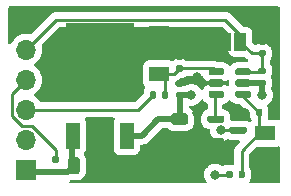
<source format=gtl>
G04 #@! TF.GenerationSoftware,KiCad,Pcbnew,6.0.11+dfsg-1~bpo11+1*
G04 #@! TF.CreationDate,2023-05-06T05:53:47+00:00*
G04 #@! TF.ProjectId,huibike,68756962-696b-4652-9e6b-696361645f70,rev?*
G04 #@! TF.SameCoordinates,Original*
G04 #@! TF.FileFunction,Copper,L1,Top*
G04 #@! TF.FilePolarity,Positive*
%FSLAX46Y46*%
G04 Gerber Fmt 4.6, Leading zero omitted, Abs format (unit mm)*
G04 Created by KiCad (PCBNEW 6.0.11+dfsg-1~bpo11+1) date 2023-05-06 05:53:47*
%MOMM*%
%LPD*%
G01*
G04 APERTURE LIST*
G04 #@! TA.AperFunction,SMDPad,CuDef*
%ADD10R,1.000000X1.500000*%
G04 #@! TD*
G04 #@! TA.AperFunction,ComponentPad*
%ADD11R,1.700000X1.700000*%
G04 #@! TD*
G04 #@! TA.AperFunction,ComponentPad*
%ADD12O,1.700000X1.700000*%
G04 #@! TD*
G04 #@! TA.AperFunction,SMDPad,CuDef*
%ADD13R,1.700000X1.300000*%
G04 #@! TD*
G04 #@! TA.AperFunction,SMDPad,CuDef*
%ADD14R,1.200000X2.200000*%
G04 #@! TD*
G04 #@! TA.AperFunction,SMDPad,CuDef*
%ADD15R,5.800000X6.400000*%
G04 #@! TD*
G04 #@! TA.AperFunction,ViaPad*
%ADD16C,0.800000*%
G04 #@! TD*
G04 #@! TA.AperFunction,Conductor*
%ADD17C,0.500000*%
G04 #@! TD*
G04 #@! TA.AperFunction,Conductor*
%ADD18C,0.250000*%
G04 #@! TD*
G04 APERTURE END LIST*
G04 #@! TA.AperFunction,SMDPad,CuDef*
G36*
G01*
X104170000Y-54760000D02*
X103830000Y-54760000D01*
G75*
G02*
X103690000Y-54620000I0J140000D01*
G01*
X103690000Y-54340000D01*
G75*
G02*
X103830000Y-54200000I140000J0D01*
G01*
X104170000Y-54200000D01*
G75*
G02*
X104310000Y-54340000I0J-140000D01*
G01*
X104310000Y-54620000D01*
G75*
G02*
X104170000Y-54760000I-140000J0D01*
G01*
G37*
G04 #@! TD.AperFunction*
G04 #@! TA.AperFunction,SMDPad,CuDef*
G36*
G01*
X104170000Y-53800000D02*
X103830000Y-53800000D01*
G75*
G02*
X103690000Y-53660000I0J140000D01*
G01*
X103690000Y-53380000D01*
G75*
G02*
X103830000Y-53240000I140000J0D01*
G01*
X104170000Y-53240000D01*
G75*
G02*
X104310000Y-53380000I0J-140000D01*
G01*
X104310000Y-53660000D01*
G75*
G02*
X104170000Y-53800000I-140000J0D01*
G01*
G37*
G04 #@! TD.AperFunction*
G04 #@! TA.AperFunction,SMDPad,CuDef*
G36*
G01*
X99325000Y-60200000D02*
X99325000Y-59900000D01*
G75*
G02*
X99475000Y-59750000I150000J0D01*
G01*
X100650000Y-59750000D01*
G75*
G02*
X100800000Y-59900000I0J-150000D01*
G01*
X100800000Y-60200000D01*
G75*
G02*
X100650000Y-60350000I-150000J0D01*
G01*
X99475000Y-60350000D01*
G75*
G02*
X99325000Y-60200000I0J150000D01*
G01*
G37*
G04 #@! TD.AperFunction*
G04 #@! TA.AperFunction,SMDPad,CuDef*
G36*
G01*
X99325000Y-62100000D02*
X99325000Y-61800000D01*
G75*
G02*
X99475000Y-61650000I150000J0D01*
G01*
X100650000Y-61650000D01*
G75*
G02*
X100800000Y-61800000I0J-150000D01*
G01*
X100800000Y-62100000D01*
G75*
G02*
X100650000Y-62250000I-150000J0D01*
G01*
X99475000Y-62250000D01*
G75*
G02*
X99325000Y-62100000I0J150000D01*
G01*
G37*
G04 #@! TD.AperFunction*
G04 #@! TA.AperFunction,SMDPad,CuDef*
G36*
G01*
X101200000Y-61150000D02*
X101200000Y-60850000D01*
G75*
G02*
X101350000Y-60700000I150000J0D01*
G01*
X102525000Y-60700000D01*
G75*
G02*
X102675000Y-60850000I0J-150000D01*
G01*
X102675000Y-61150000D01*
G75*
G02*
X102525000Y-61300000I-150000J0D01*
G01*
X101350000Y-61300000D01*
G75*
G02*
X101200000Y-61150000I0J150000D01*
G01*
G37*
G04 #@! TD.AperFunction*
D10*
X100850000Y-53500000D03*
X102150000Y-53500000D03*
G04 #@! TA.AperFunction,SMDPad,CuDef*
G36*
G01*
X87550000Y-64475000D02*
X87550000Y-63525000D01*
G75*
G02*
X87800000Y-63275000I250000J0D01*
G01*
X88300000Y-63275000D01*
G75*
G02*
X88550000Y-63525000I0J-250000D01*
G01*
X88550000Y-64475000D01*
G75*
G02*
X88300000Y-64725000I-250000J0D01*
G01*
X87800000Y-64725000D01*
G75*
G02*
X87550000Y-64475000I0J250000D01*
G01*
G37*
G04 #@! TD.AperFunction*
G04 #@! TA.AperFunction,SMDPad,CuDef*
G36*
G01*
X89450000Y-64475000D02*
X89450000Y-63525000D01*
G75*
G02*
X89700000Y-63275000I250000J0D01*
G01*
X90200000Y-63275000D01*
G75*
G02*
X90450000Y-63525000I0J-250000D01*
G01*
X90450000Y-64475000D01*
G75*
G02*
X90200000Y-64725000I-250000J0D01*
G01*
X89700000Y-64725000D01*
G75*
G02*
X89450000Y-64475000I0J250000D01*
G01*
G37*
G04 #@! TD.AperFunction*
G04 #@! TA.AperFunction,SMDPad,CuDef*
G36*
G01*
X94470000Y-58185000D02*
X94470000Y-57815000D01*
G75*
G02*
X94605000Y-57680000I135000J0D01*
G01*
X94875000Y-57680000D01*
G75*
G02*
X95010000Y-57815000I0J-135000D01*
G01*
X95010000Y-58185000D01*
G75*
G02*
X94875000Y-58320000I-135000J0D01*
G01*
X94605000Y-58320000D01*
G75*
G02*
X94470000Y-58185000I0J135000D01*
G01*
G37*
G04 #@! TD.AperFunction*
G04 #@! TA.AperFunction,SMDPad,CuDef*
G36*
G01*
X95490000Y-58185000D02*
X95490000Y-57815000D01*
G75*
G02*
X95625000Y-57680000I135000J0D01*
G01*
X95895000Y-57680000D01*
G75*
G02*
X96030000Y-57815000I0J-135000D01*
G01*
X96030000Y-58185000D01*
G75*
G02*
X95895000Y-58320000I-135000J0D01*
G01*
X95625000Y-58320000D01*
G75*
G02*
X95490000Y-58185000I0J135000D01*
G01*
G37*
G04 #@! TD.AperFunction*
D11*
X84000000Y-64350000D03*
D12*
X84000000Y-61810000D03*
X84000000Y-59270000D03*
X84000000Y-56730000D03*
X84000000Y-54190000D03*
X84000000Y-51650000D03*
G04 #@! TA.AperFunction,SMDPad,CuDef*
G36*
G01*
X104185000Y-57270000D02*
X103815000Y-57270000D01*
G75*
G02*
X103680000Y-57135000I0J135000D01*
G01*
X103680000Y-56865000D01*
G75*
G02*
X103815000Y-56730000I135000J0D01*
G01*
X104185000Y-56730000D01*
G75*
G02*
X104320000Y-56865000I0J-135000D01*
G01*
X104320000Y-57135000D01*
G75*
G02*
X104185000Y-57270000I-135000J0D01*
G01*
G37*
G04 #@! TD.AperFunction*
G04 #@! TA.AperFunction,SMDPad,CuDef*
G36*
G01*
X104185000Y-56250000D02*
X103815000Y-56250000D01*
G75*
G02*
X103680000Y-56115000I0J135000D01*
G01*
X103680000Y-55845000D01*
G75*
G02*
X103815000Y-55710000I135000J0D01*
G01*
X104185000Y-55710000D01*
G75*
G02*
X104320000Y-55845000I0J-135000D01*
G01*
X104320000Y-56115000D01*
G75*
G02*
X104185000Y-56250000I-135000J0D01*
G01*
G37*
G04 #@! TD.AperFunction*
G04 #@! TA.AperFunction,SMDPad,CuDef*
G36*
G01*
X103470000Y-59685000D02*
X103470000Y-59315000D01*
G75*
G02*
X103605000Y-59180000I135000J0D01*
G01*
X103875000Y-59180000D01*
G75*
G02*
X104010000Y-59315000I0J-135000D01*
G01*
X104010000Y-59685000D01*
G75*
G02*
X103875000Y-59820000I-135000J0D01*
G01*
X103605000Y-59820000D01*
G75*
G02*
X103470000Y-59685000I0J135000D01*
G01*
G37*
G04 #@! TD.AperFunction*
G04 #@! TA.AperFunction,SMDPad,CuDef*
G36*
G01*
X104490000Y-59685000D02*
X104490000Y-59315000D01*
G75*
G02*
X104625000Y-59180000I135000J0D01*
G01*
X104895000Y-59180000D01*
G75*
G02*
X105030000Y-59315000I0J-135000D01*
G01*
X105030000Y-59685000D01*
G75*
G02*
X104895000Y-59820000I-135000J0D01*
G01*
X104625000Y-59820000D01*
G75*
G02*
X104490000Y-59685000I0J135000D01*
G01*
G37*
G04 #@! TD.AperFunction*
D13*
X104250000Y-61250000D03*
X104250000Y-64750000D03*
X95250000Y-56250000D03*
X95250000Y-52750000D03*
G04 #@! TA.AperFunction,SMDPad,CuDef*
G36*
G01*
X97170000Y-58280000D02*
X96830000Y-58280000D01*
G75*
G02*
X96690000Y-58140000I0J140000D01*
G01*
X96690000Y-57860000D01*
G75*
G02*
X96830000Y-57720000I140000J0D01*
G01*
X97170000Y-57720000D01*
G75*
G02*
X97310000Y-57860000I0J-140000D01*
G01*
X97310000Y-58140000D01*
G75*
G02*
X97170000Y-58280000I-140000J0D01*
G01*
G37*
G04 #@! TD.AperFunction*
G04 #@! TA.AperFunction,SMDPad,CuDef*
G36*
G01*
X97170000Y-57320000D02*
X96830000Y-57320000D01*
G75*
G02*
X96690000Y-57180000I0J140000D01*
G01*
X96690000Y-56900000D01*
G75*
G02*
X96830000Y-56760000I140000J0D01*
G01*
X97170000Y-56760000D01*
G75*
G02*
X97310000Y-56900000I0J-140000D01*
G01*
X97310000Y-57180000D01*
G75*
G02*
X97170000Y-57320000I-140000J0D01*
G01*
G37*
G04 #@! TD.AperFunction*
G04 #@! TA.AperFunction,SMDPad,CuDef*
G36*
G01*
X97185000Y-56030000D02*
X96815000Y-56030000D01*
G75*
G02*
X96680000Y-55895000I0J135000D01*
G01*
X96680000Y-55625000D01*
G75*
G02*
X96815000Y-55490000I135000J0D01*
G01*
X97185000Y-55490000D01*
G75*
G02*
X97320000Y-55625000I0J-135000D01*
G01*
X97320000Y-55895000D01*
G75*
G02*
X97185000Y-56030000I-135000J0D01*
G01*
G37*
G04 #@! TD.AperFunction*
G04 #@! TA.AperFunction,SMDPad,CuDef*
G36*
G01*
X97185000Y-55010000D02*
X96815000Y-55010000D01*
G75*
G02*
X96680000Y-54875000I0J135000D01*
G01*
X96680000Y-54605000D01*
G75*
G02*
X96815000Y-54470000I135000J0D01*
G01*
X97185000Y-54470000D01*
G75*
G02*
X97320000Y-54605000I0J-135000D01*
G01*
X97320000Y-54875000D01*
G75*
G02*
X97185000Y-55010000I-135000J0D01*
G01*
G37*
G04 #@! TD.AperFunction*
D14*
X87970000Y-61450000D03*
D15*
X90250000Y-55150000D03*
D14*
X92530000Y-61450000D03*
G04 #@! TA.AperFunction,SMDPad,CuDef*
G36*
G01*
X86685000Y-64780000D02*
X86315000Y-64780000D01*
G75*
G02*
X86180000Y-64645000I0J135000D01*
G01*
X86180000Y-64375000D01*
G75*
G02*
X86315000Y-64240000I135000J0D01*
G01*
X86685000Y-64240000D01*
G75*
G02*
X86820000Y-64375000I0J-135000D01*
G01*
X86820000Y-64645000D01*
G75*
G02*
X86685000Y-64780000I-135000J0D01*
G01*
G37*
G04 #@! TD.AperFunction*
G04 #@! TA.AperFunction,SMDPad,CuDef*
G36*
G01*
X86685000Y-63760000D02*
X86315000Y-63760000D01*
G75*
G02*
X86180000Y-63625000I0J135000D01*
G01*
X86180000Y-63355000D01*
G75*
G02*
X86315000Y-63220000I135000J0D01*
G01*
X86685000Y-63220000D01*
G75*
G02*
X86820000Y-63355000I0J-135000D01*
G01*
X86820000Y-63625000D01*
G75*
G02*
X86685000Y-63760000I-135000J0D01*
G01*
G37*
G04 #@! TD.AperFunction*
G04 #@! TA.AperFunction,SMDPad,CuDef*
G36*
G01*
X99450000Y-56200000D02*
X99450000Y-55900000D01*
G75*
G02*
X99600000Y-55750000I150000J0D01*
G01*
X100625000Y-55750000D01*
G75*
G02*
X100775000Y-55900000I0J-150000D01*
G01*
X100775000Y-56200000D01*
G75*
G02*
X100625000Y-56350000I-150000J0D01*
G01*
X99600000Y-56350000D01*
G75*
G02*
X99450000Y-56200000I0J150000D01*
G01*
G37*
G04 #@! TD.AperFunction*
G04 #@! TA.AperFunction,SMDPad,CuDef*
G36*
G01*
X99450000Y-57150000D02*
X99450000Y-56850000D01*
G75*
G02*
X99600000Y-56700000I150000J0D01*
G01*
X100625000Y-56700000D01*
G75*
G02*
X100775000Y-56850000I0J-150000D01*
G01*
X100775000Y-57150000D01*
G75*
G02*
X100625000Y-57300000I-150000J0D01*
G01*
X99600000Y-57300000D01*
G75*
G02*
X99450000Y-57150000I0J150000D01*
G01*
G37*
G04 #@! TD.AperFunction*
G04 #@! TA.AperFunction,SMDPad,CuDef*
G36*
G01*
X99450000Y-58100000D02*
X99450000Y-57800000D01*
G75*
G02*
X99600000Y-57650000I150000J0D01*
G01*
X100625000Y-57650000D01*
G75*
G02*
X100775000Y-57800000I0J-150000D01*
G01*
X100775000Y-58100000D01*
G75*
G02*
X100625000Y-58250000I-150000J0D01*
G01*
X99600000Y-58250000D01*
G75*
G02*
X99450000Y-58100000I0J150000D01*
G01*
G37*
G04 #@! TD.AperFunction*
G04 #@! TA.AperFunction,SMDPad,CuDef*
G36*
G01*
X101725000Y-58100000D02*
X101725000Y-57800000D01*
G75*
G02*
X101875000Y-57650000I150000J0D01*
G01*
X102900000Y-57650000D01*
G75*
G02*
X103050000Y-57800000I0J-150000D01*
G01*
X103050000Y-58100000D01*
G75*
G02*
X102900000Y-58250000I-150000J0D01*
G01*
X101875000Y-58250000D01*
G75*
G02*
X101725000Y-58100000I0J150000D01*
G01*
G37*
G04 #@! TD.AperFunction*
G04 #@! TA.AperFunction,SMDPad,CuDef*
G36*
G01*
X101725000Y-57150000D02*
X101725000Y-56850000D01*
G75*
G02*
X101875000Y-56700000I150000J0D01*
G01*
X102900000Y-56700000D01*
G75*
G02*
X103050000Y-56850000I0J-150000D01*
G01*
X103050000Y-57150000D01*
G75*
G02*
X102900000Y-57300000I-150000J0D01*
G01*
X101875000Y-57300000D01*
G75*
G02*
X101725000Y-57150000I0J150000D01*
G01*
G37*
G04 #@! TD.AperFunction*
G04 #@! TA.AperFunction,SMDPad,CuDef*
G36*
G01*
X101725000Y-56200000D02*
X101725000Y-55900000D01*
G75*
G02*
X101875000Y-55750000I150000J0D01*
G01*
X102900000Y-55750000D01*
G75*
G02*
X103050000Y-55900000I0J-150000D01*
G01*
X103050000Y-56200000D01*
G75*
G02*
X102900000Y-56350000I-150000J0D01*
G01*
X101875000Y-56350000D01*
G75*
G02*
X101725000Y-56200000I0J150000D01*
G01*
G37*
G04 #@! TD.AperFunction*
G04 #@! TA.AperFunction,SMDPad,CuDef*
G36*
G01*
X100970000Y-64935000D02*
X100970000Y-64565000D01*
G75*
G02*
X101105000Y-64430000I135000J0D01*
G01*
X101375000Y-64430000D01*
G75*
G02*
X101510000Y-64565000I0J-135000D01*
G01*
X101510000Y-64935000D01*
G75*
G02*
X101375000Y-65070000I-135000J0D01*
G01*
X101105000Y-65070000D01*
G75*
G02*
X100970000Y-64935000I0J135000D01*
G01*
G37*
G04 #@! TD.AperFunction*
G04 #@! TA.AperFunction,SMDPad,CuDef*
G36*
G01*
X101990000Y-64935000D02*
X101990000Y-64565000D01*
G75*
G02*
X102125000Y-64430000I135000J0D01*
G01*
X102395000Y-64430000D01*
G75*
G02*
X102530000Y-64565000I0J-135000D01*
G01*
X102530000Y-64935000D01*
G75*
G02*
X102395000Y-65070000I-135000J0D01*
G01*
X102125000Y-65070000D01*
G75*
G02*
X101990000Y-64935000I0J135000D01*
G01*
G37*
G04 #@! TD.AperFunction*
G04 #@! TA.AperFunction,SMDPad,CuDef*
G36*
G01*
X96525000Y-59550000D02*
X97475000Y-59550000D01*
G75*
G02*
X97725000Y-59800000I0J-250000D01*
G01*
X97725000Y-60300000D01*
G75*
G02*
X97475000Y-60550000I-250000J0D01*
G01*
X96525000Y-60550000D01*
G75*
G02*
X96275000Y-60300000I0J250000D01*
G01*
X96275000Y-59800000D01*
G75*
G02*
X96525000Y-59550000I250000J0D01*
G01*
G37*
G04 #@! TD.AperFunction*
G04 #@! TA.AperFunction,SMDPad,CuDef*
G36*
G01*
X96525000Y-61450000D02*
X97475000Y-61450000D01*
G75*
G02*
X97725000Y-61700000I0J-250000D01*
G01*
X97725000Y-62200000D01*
G75*
G02*
X97475000Y-62450000I-250000J0D01*
G01*
X96525000Y-62450000D01*
G75*
G02*
X96275000Y-62200000I0J250000D01*
G01*
X96275000Y-61700000D01*
G75*
G02*
X96525000Y-61450000I250000J0D01*
G01*
G37*
G04 #@! TD.AperFunction*
D16*
X97250000Y-53000000D03*
X98500000Y-59500000D03*
X98000000Y-64000000D03*
X102500000Y-59500000D03*
X104750000Y-63500000D03*
X98500000Y-56500000D03*
X98000000Y-58000000D03*
X104000000Y-58000000D03*
X100000000Y-64750000D03*
X100500000Y-61000000D03*
D17*
X86500000Y-64510000D02*
X84160000Y-64510000D01*
X87850000Y-61300000D02*
X87850000Y-63800000D01*
X86500000Y-64510000D02*
X87540000Y-64510000D01*
X87540000Y-64510000D02*
X88050000Y-64000000D01*
X87850000Y-63800000D02*
X88050000Y-64000000D01*
X84160000Y-64510000D02*
X84000000Y-64350000D01*
X97000000Y-60050000D02*
X97000000Y-58000000D01*
X97000000Y-60050000D02*
X95200000Y-60050000D01*
X92530000Y-61450000D02*
X93800000Y-61450000D01*
X93800000Y-61450000D02*
X95200000Y-60050000D01*
X97000000Y-58000000D02*
X98000000Y-58000000D01*
X104000000Y-58000000D02*
X104000000Y-57000000D01*
X104000000Y-57000000D02*
X102275000Y-57000000D01*
D18*
X104000000Y-54480000D02*
X104000000Y-55980000D01*
X104000000Y-54480000D02*
X103130000Y-54480000D01*
X86565000Y-51625000D02*
X100875000Y-51625000D01*
X84000000Y-54190000D02*
X86565000Y-51625000D01*
X102150000Y-52900000D02*
X102150000Y-53500000D01*
X103930000Y-56050000D02*
X104000000Y-55980000D01*
X100875000Y-51625000D02*
X102150000Y-52900000D01*
X103130000Y-54480000D02*
X102150000Y-53500000D01*
X102275000Y-56050000D02*
X103930000Y-56050000D01*
X95760000Y-58000000D02*
X95760000Y-56760000D01*
X99822500Y-55760000D02*
X100112500Y-56050000D01*
X96510000Y-56250000D02*
X97000000Y-55760000D01*
X97000000Y-55760000D02*
X99822500Y-55760000D01*
X95250000Y-56250000D02*
X96510000Y-56250000D01*
X95760000Y-56760000D02*
X95250000Y-56250000D01*
X100000000Y-64750000D02*
X101240000Y-64750000D01*
X100000000Y-59987500D02*
X100062500Y-60050000D01*
X100000000Y-57950000D02*
X100000000Y-59987500D01*
X103750000Y-61250000D02*
X104250000Y-61250000D01*
X102275000Y-58035000D02*
X103740000Y-59500000D01*
X103740000Y-60740000D02*
X104250000Y-61250000D01*
X102250000Y-64740000D02*
X102250000Y-62750000D01*
X102250000Y-62750000D02*
X103750000Y-61250000D01*
X103740000Y-59500000D02*
X103740000Y-60740000D01*
X102260000Y-64750000D02*
X102250000Y-64740000D01*
X93470000Y-59270000D02*
X94740000Y-58000000D01*
X84000000Y-59270000D02*
X93470000Y-59270000D01*
X86500000Y-62648299D02*
X86500000Y-63490000D01*
X82825000Y-57905000D02*
X82825000Y-59825000D01*
X83635000Y-60635000D02*
X84486701Y-60635000D01*
X100500000Y-61000000D02*
X101937500Y-61000000D01*
X82825000Y-59825000D02*
X83635000Y-60635000D01*
X84486701Y-60635000D02*
X86500000Y-62648299D01*
X84000000Y-56730000D02*
X82825000Y-57905000D01*
G04 #@! TA.AperFunction,Conductor*
G36*
X105454446Y-62388888D02*
G01*
X105488576Y-62451143D01*
X105491500Y-62478132D01*
X105491500Y-65365500D01*
X105471498Y-65433621D01*
X105417842Y-65480114D01*
X105365500Y-65491500D01*
X103034400Y-65491500D01*
X102966279Y-65471498D01*
X102919786Y-65417842D01*
X102909682Y-65347568D01*
X102925946Y-65301361D01*
X102986234Y-65199419D01*
X102986234Y-65199418D01*
X102990269Y-65192596D01*
X102998957Y-65162694D01*
X103024876Y-65073478D01*
X103035629Y-65036466D01*
X103038500Y-64999989D01*
X103038499Y-64500012D01*
X103035629Y-64463534D01*
X102990269Y-64307404D01*
X102934472Y-64213056D01*
X102911541Y-64174281D01*
X102911539Y-64174278D01*
X102907506Y-64167459D01*
X102907965Y-64167187D01*
X102883994Y-64106134D01*
X102883500Y-64094992D01*
X102883500Y-63064594D01*
X102903502Y-62996473D01*
X102920405Y-62975499D01*
X103450499Y-62445405D01*
X103512811Y-62411379D01*
X103539594Y-62408500D01*
X105148134Y-62408500D01*
X105210316Y-62401745D01*
X105321271Y-62360150D01*
X105392077Y-62354967D01*
X105454446Y-62388888D01*
G37*
G04 #@! TD.AperFunction*
G04 #@! TA.AperFunction,Conductor*
G36*
X98993271Y-58384465D02*
G01*
X99023835Y-58419367D01*
X99075547Y-58506807D01*
X99193193Y-58624453D01*
X99200017Y-58628489D01*
X99200020Y-58628491D01*
X99304639Y-58690362D01*
X99353092Y-58742254D01*
X99366500Y-58798815D01*
X99366500Y-59151190D01*
X99346498Y-59219311D01*
X99292842Y-59265804D01*
X99275654Y-59272187D01*
X99247354Y-59280409D01*
X99211399Y-59290855D01*
X99194008Y-59301140D01*
X99075020Y-59371509D01*
X99075017Y-59371511D01*
X99068193Y-59375547D01*
X98950547Y-59493193D01*
X98946511Y-59500017D01*
X98946509Y-59500020D01*
X98898912Y-59580502D01*
X98865855Y-59636399D01*
X98863644Y-59644010D01*
X98863643Y-59644012D01*
X98856210Y-59669597D01*
X98819438Y-59796169D01*
X98818934Y-59802574D01*
X98818933Y-59802579D01*
X98816693Y-59831042D01*
X98816500Y-59833498D01*
X98816500Y-60266502D01*
X98819438Y-60303831D01*
X98865855Y-60463601D01*
X98869892Y-60470427D01*
X98946509Y-60599980D01*
X98946511Y-60599983D01*
X98950547Y-60606807D01*
X99068193Y-60724453D01*
X99075017Y-60728489D01*
X99075020Y-60728491D01*
X99182589Y-60792107D01*
X99211399Y-60809145D01*
X99219010Y-60811356D01*
X99219012Y-60811357D01*
X99271231Y-60826528D01*
X99371169Y-60855562D01*
X99377574Y-60856066D01*
X99377579Y-60856067D01*
X99406042Y-60858307D01*
X99406050Y-60858307D01*
X99408498Y-60858500D01*
X99461431Y-60858500D01*
X99529552Y-60878502D01*
X99576045Y-60932158D01*
X99584970Y-60986830D01*
X99587186Y-60986830D01*
X99587186Y-60993435D01*
X99586496Y-61000000D01*
X99587186Y-61006565D01*
X99592645Y-61058500D01*
X99606458Y-61189928D01*
X99665473Y-61371556D01*
X99760960Y-61536944D01*
X99765378Y-61541851D01*
X99765379Y-61541852D01*
X99884325Y-61673955D01*
X99888747Y-61678866D01*
X99960811Y-61731224D01*
X100023397Y-61776695D01*
X100043248Y-61791118D01*
X100049276Y-61793802D01*
X100049278Y-61793803D01*
X100084995Y-61809705D01*
X100217712Y-61868794D01*
X100311112Y-61888647D01*
X100398056Y-61907128D01*
X100398061Y-61907128D01*
X100404513Y-61908500D01*
X100595487Y-61908500D01*
X100601939Y-61907128D01*
X100601944Y-61907128D01*
X100688888Y-61888647D01*
X100782288Y-61868794D01*
X100915005Y-61809705D01*
X100950724Y-61793802D01*
X100950725Y-61793801D01*
X100956752Y-61791118D01*
X100962094Y-61787237D01*
X100962096Y-61787236D01*
X100975517Y-61777485D01*
X101042384Y-61753626D01*
X101085764Y-61761331D01*
X101086399Y-61759145D01*
X101246169Y-61805562D01*
X101252574Y-61806066D01*
X101252579Y-61806067D01*
X101281042Y-61808307D01*
X101281050Y-61808307D01*
X101283498Y-61808500D01*
X101991405Y-61808500D01*
X102059526Y-61828502D01*
X102106019Y-61882158D01*
X102116123Y-61952432D01*
X102086629Y-62017012D01*
X102080500Y-62023595D01*
X101857747Y-62246348D01*
X101849461Y-62253888D01*
X101842982Y-62258000D01*
X101837557Y-62263777D01*
X101796357Y-62307651D01*
X101793602Y-62310493D01*
X101773865Y-62330230D01*
X101771385Y-62333427D01*
X101763682Y-62342447D01*
X101733414Y-62374679D01*
X101729595Y-62381625D01*
X101729593Y-62381628D01*
X101723652Y-62392434D01*
X101712801Y-62408953D01*
X101700386Y-62424959D01*
X101697241Y-62432228D01*
X101697238Y-62432232D01*
X101682826Y-62465537D01*
X101677609Y-62476187D01*
X101656305Y-62514940D01*
X101654334Y-62522615D01*
X101654334Y-62522616D01*
X101651267Y-62534562D01*
X101644863Y-62553266D01*
X101636819Y-62571855D01*
X101635580Y-62579678D01*
X101635577Y-62579688D01*
X101629901Y-62615524D01*
X101627495Y-62627144D01*
X101618979Y-62660316D01*
X101616500Y-62669970D01*
X101616500Y-62690224D01*
X101614949Y-62709934D01*
X101611780Y-62729943D01*
X101612526Y-62737835D01*
X101615941Y-62773961D01*
X101616500Y-62785819D01*
X101616500Y-63799516D01*
X101596498Y-63867637D01*
X101542842Y-63914130D01*
X101476623Y-63922378D01*
X101476466Y-63924371D01*
X101442444Y-63921693D01*
X101442438Y-63921693D01*
X101439989Y-63921500D01*
X101240122Y-63921500D01*
X101040012Y-63921501D01*
X101003534Y-63924371D01*
X100906730Y-63952495D01*
X100855017Y-63967519D01*
X100855015Y-63967520D01*
X100847404Y-63969731D01*
X100840582Y-63973766D01*
X100840581Y-63973766D01*
X100711520Y-64050092D01*
X100642704Y-64067551D01*
X100573320Y-64043574D01*
X100462094Y-63962763D01*
X100462093Y-63962762D01*
X100456752Y-63958882D01*
X100450724Y-63956198D01*
X100450722Y-63956197D01*
X100288319Y-63883891D01*
X100288318Y-63883891D01*
X100282288Y-63881206D01*
X100188887Y-63861353D01*
X100101944Y-63842872D01*
X100101939Y-63842872D01*
X100095487Y-63841500D01*
X99904513Y-63841500D01*
X99898061Y-63842872D01*
X99898056Y-63842872D01*
X99811113Y-63861353D01*
X99717712Y-63881206D01*
X99711682Y-63883891D01*
X99711681Y-63883891D01*
X99549278Y-63956197D01*
X99549276Y-63956198D01*
X99543248Y-63958882D01*
X99537907Y-63962762D01*
X99537906Y-63962763D01*
X99522762Y-63973766D01*
X99388747Y-64071134D01*
X99384326Y-64076044D01*
X99384325Y-64076045D01*
X99302261Y-64167187D01*
X99260960Y-64213056D01*
X99165473Y-64378444D01*
X99106458Y-64560072D01*
X99086496Y-64750000D01*
X99106458Y-64939928D01*
X99165473Y-65121556D01*
X99168776Y-65127278D01*
X99168777Y-65127279D01*
X99202093Y-65184983D01*
X99260960Y-65286944D01*
X99265126Y-65291571D01*
X99288938Y-65358307D01*
X99272857Y-65427459D01*
X99221943Y-65476939D01*
X99163143Y-65491500D01*
X87775536Y-65491500D01*
X87707415Y-65471498D01*
X87660922Y-65417842D01*
X87650818Y-65347568D01*
X87680312Y-65282988D01*
X87732543Y-65247062D01*
X87749072Y-65241062D01*
X87792065Y-65233500D01*
X88350400Y-65233500D01*
X88353646Y-65233163D01*
X88353650Y-65233163D01*
X88449308Y-65223238D01*
X88449312Y-65223237D01*
X88456166Y-65222526D01*
X88462702Y-65220345D01*
X88462704Y-65220345D01*
X88616998Y-65168868D01*
X88623946Y-65166550D01*
X88774348Y-65073478D01*
X88899305Y-64948303D01*
X88903146Y-64942072D01*
X88988275Y-64803968D01*
X88988276Y-64803966D01*
X88992115Y-64797738D01*
X89047797Y-64629861D01*
X89058500Y-64525400D01*
X89058500Y-63474600D01*
X89055789Y-63448469D01*
X89048238Y-63375692D01*
X89048237Y-63375688D01*
X89047526Y-63368834D01*
X89021229Y-63290011D01*
X88993868Y-63208002D01*
X88991550Y-63201054D01*
X88956194Y-63143919D01*
X88911071Y-63071001D01*
X88892233Y-63002549D01*
X88913394Y-62934779D01*
X88927499Y-62917579D01*
X88933261Y-62913261D01*
X89020615Y-62796705D01*
X89071745Y-62660316D01*
X89078500Y-62598134D01*
X89078500Y-60301866D01*
X89071745Y-60239684D01*
X89031384Y-60132022D01*
X89023765Y-60111697D01*
X89023764Y-60111696D01*
X89020615Y-60103295D01*
X89015233Y-60096114D01*
X89011891Y-60090010D01*
X88996721Y-60020653D01*
X89021457Y-59954105D01*
X89078244Y-59911494D01*
X89122410Y-59903500D01*
X91377590Y-59903500D01*
X91445711Y-59923502D01*
X91492204Y-59977158D01*
X91502308Y-60047432D01*
X91488109Y-60090010D01*
X91484767Y-60096114D01*
X91479385Y-60103295D01*
X91476236Y-60111696D01*
X91476235Y-60111697D01*
X91468616Y-60132022D01*
X91428255Y-60239684D01*
X91421500Y-60301866D01*
X91421500Y-62598134D01*
X91428255Y-62660316D01*
X91479385Y-62796705D01*
X91566739Y-62913261D01*
X91683295Y-63000615D01*
X91819684Y-63051745D01*
X91881866Y-63058500D01*
X93178134Y-63058500D01*
X93240316Y-63051745D01*
X93376705Y-63000615D01*
X93493261Y-62913261D01*
X93580615Y-62796705D01*
X93631745Y-62660316D01*
X93638500Y-62598134D01*
X93638500Y-62338119D01*
X93658502Y-62269998D01*
X93712158Y-62223505D01*
X93767968Y-62212380D01*
X93773349Y-62213199D01*
X93780640Y-62212606D01*
X93780642Y-62212606D01*
X93826018Y-62208915D01*
X93836233Y-62208500D01*
X93844293Y-62208500D01*
X93857583Y-62206951D01*
X93872507Y-62205211D01*
X93876882Y-62204778D01*
X93942339Y-62199454D01*
X93942342Y-62199453D01*
X93949637Y-62198860D01*
X93956601Y-62196604D01*
X93962560Y-62195413D01*
X93968415Y-62194029D01*
X93975681Y-62193182D01*
X94044327Y-62168265D01*
X94048455Y-62166848D01*
X94110936Y-62146607D01*
X94110938Y-62146606D01*
X94117899Y-62144351D01*
X94124154Y-62140555D01*
X94129628Y-62138049D01*
X94135058Y-62135330D01*
X94141937Y-62132833D01*
X94202976Y-62092814D01*
X94206680Y-62090477D01*
X94269107Y-62052595D01*
X94277484Y-62045197D01*
X94277508Y-62045224D01*
X94280500Y-62042571D01*
X94283733Y-62039868D01*
X94289852Y-62035856D01*
X94343128Y-61979617D01*
X94345506Y-61977175D01*
X95477276Y-60845405D01*
X95539588Y-60811379D01*
X95566371Y-60808500D01*
X95908607Y-60808500D01*
X95976728Y-60828502D01*
X95997625Y-60845327D01*
X96051697Y-60899305D01*
X96057927Y-60903145D01*
X96057928Y-60903146D01*
X96195090Y-60987694D01*
X96202262Y-60992115D01*
X96226035Y-61000000D01*
X96363611Y-61045632D01*
X96363613Y-61045632D01*
X96370139Y-61047797D01*
X96376975Y-61048497D01*
X96376978Y-61048498D01*
X96420031Y-61052909D01*
X96474600Y-61058500D01*
X97525400Y-61058500D01*
X97528646Y-61058163D01*
X97528650Y-61058163D01*
X97624308Y-61048238D01*
X97624312Y-61048237D01*
X97631166Y-61047526D01*
X97637702Y-61045345D01*
X97637704Y-61045345D01*
X97773618Y-61000000D01*
X97798946Y-60991550D01*
X97949348Y-60898478D01*
X98074305Y-60773303D01*
X98114192Y-60708595D01*
X98163275Y-60628968D01*
X98163276Y-60628966D01*
X98167115Y-60622738D01*
X98222797Y-60454861D01*
X98233500Y-60350400D01*
X98233500Y-59749600D01*
X98231401Y-59729366D01*
X98223238Y-59650692D01*
X98223237Y-59650688D01*
X98222526Y-59643834D01*
X98220046Y-59636399D01*
X98168868Y-59483002D01*
X98166550Y-59476054D01*
X98073478Y-59325652D01*
X98057111Y-59309313D01*
X97953483Y-59205866D01*
X97948303Y-59200695D01*
X97852693Y-59141760D01*
X97805200Y-59088988D01*
X97793776Y-59018916D01*
X97822050Y-58953792D01*
X97881044Y-58914293D01*
X97918809Y-58908500D01*
X98095487Y-58908500D01*
X98101939Y-58907128D01*
X98101944Y-58907128D01*
X98188887Y-58888647D01*
X98282288Y-58868794D01*
X98346925Y-58840016D01*
X98450722Y-58793803D01*
X98450724Y-58793802D01*
X98456752Y-58791118D01*
X98471685Y-58780269D01*
X98567249Y-58710837D01*
X98611253Y-58678866D01*
X98615675Y-58673955D01*
X98734621Y-58541852D01*
X98734622Y-58541851D01*
X98739040Y-58536944D01*
X98806265Y-58420507D01*
X98857646Y-58371515D01*
X98927360Y-58358079D01*
X98993271Y-58384465D01*
G37*
G04 #@! TD.AperFunction*
G04 #@! TA.AperFunction,Conductor*
G36*
X101340609Y-58493582D02*
G01*
X101347276Y-58501276D01*
X101350547Y-58506807D01*
X101468193Y-58624453D01*
X101475017Y-58628489D01*
X101475020Y-58628491D01*
X101488563Y-58636500D01*
X101611399Y-58709145D01*
X101619010Y-58711356D01*
X101619012Y-58711357D01*
X101671231Y-58726528D01*
X101771169Y-58755562D01*
X101777574Y-58756066D01*
X101777579Y-58756067D01*
X101806042Y-58758307D01*
X101806050Y-58758307D01*
X101808498Y-58758500D01*
X102050405Y-58758500D01*
X102118526Y-58778502D01*
X102139501Y-58795405D01*
X102924597Y-59580502D01*
X102958622Y-59642814D01*
X102961501Y-59669597D01*
X102961501Y-59749988D01*
X102964371Y-59786466D01*
X102984578Y-59856018D01*
X103002155Y-59916518D01*
X103009731Y-59942596D01*
X103013766Y-59949419D01*
X103013767Y-59949421D01*
X103081059Y-60063205D01*
X103098519Y-60132022D01*
X103076002Y-60199353D01*
X103048172Y-60228170D01*
X103043921Y-60231356D01*
X103043919Y-60231358D01*
X103036739Y-60236739D01*
X103026136Y-60250887D01*
X102969277Y-60293400D01*
X102898458Y-60298425D01*
X102861175Y-60283775D01*
X102788601Y-60240855D01*
X102780990Y-60238644D01*
X102780988Y-60238643D01*
X102718734Y-60220557D01*
X102628831Y-60194438D01*
X102622426Y-60193934D01*
X102622421Y-60193933D01*
X102593958Y-60191693D01*
X102593950Y-60191693D01*
X102591502Y-60191500D01*
X101434500Y-60191500D01*
X101366379Y-60171498D01*
X101319886Y-60117842D01*
X101308500Y-60065500D01*
X101308500Y-59833498D01*
X101308307Y-59831042D01*
X101306067Y-59802579D01*
X101306066Y-59802574D01*
X101305562Y-59796169D01*
X101268790Y-59669597D01*
X101261357Y-59644012D01*
X101261356Y-59644010D01*
X101259145Y-59636399D01*
X101226088Y-59580502D01*
X101178491Y-59500020D01*
X101178489Y-59500017D01*
X101174453Y-59493193D01*
X101056807Y-59375547D01*
X101049983Y-59371511D01*
X101049980Y-59371509D01*
X100930992Y-59301140D01*
X100913601Y-59290855D01*
X100905990Y-59288644D01*
X100905988Y-59288643D01*
X100827374Y-59265804D01*
X100753831Y-59244438D01*
X100747419Y-59243933D01*
X100741078Y-59242775D01*
X100741406Y-59240978D01*
X100683270Y-59218818D01*
X100641132Y-59161679D01*
X100633500Y-59118494D01*
X100633500Y-58877378D01*
X100653502Y-58809257D01*
X100707158Y-58762764D01*
X100728935Y-58755920D01*
X100728831Y-58755562D01*
X100880988Y-58711357D01*
X100880990Y-58711356D01*
X100888601Y-58709145D01*
X101011437Y-58636500D01*
X101024980Y-58628491D01*
X101024983Y-58628489D01*
X101031807Y-58624453D01*
X101149453Y-58506807D01*
X101151706Y-58502998D01*
X101207996Y-58462345D01*
X101278888Y-58458494D01*
X101340609Y-58493582D01*
G37*
G04 #@! TD.AperFunction*
G04 #@! TA.AperFunction,Conductor*
G36*
X105433621Y-50528502D02*
G01*
X105480114Y-50582158D01*
X105491500Y-50634500D01*
X105491500Y-60021868D01*
X105471498Y-60089989D01*
X105417842Y-60136482D01*
X105347568Y-60146586D01*
X105321270Y-60139850D01*
X105223760Y-60103295D01*
X105210316Y-60098255D01*
X105148134Y-60091500D01*
X104594825Y-60091500D01*
X104526704Y-60071498D01*
X104480211Y-60017842D01*
X104470107Y-59947568D01*
X104473828Y-59930347D01*
X104504466Y-59824890D01*
X104515629Y-59786466D01*
X104516135Y-59780047D01*
X104518307Y-59752444D01*
X104518307Y-59752438D01*
X104518500Y-59749989D01*
X104518499Y-59250012D01*
X104515629Y-59213534D01*
X104470269Y-59057404D01*
X104413895Y-58962080D01*
X104396436Y-58893264D01*
X104418953Y-58825932D01*
X104456791Y-58791171D01*
X104456752Y-58791118D01*
X104611253Y-58678866D01*
X104615675Y-58673955D01*
X104734621Y-58541852D01*
X104734622Y-58541851D01*
X104739040Y-58536944D01*
X104798211Y-58434457D01*
X104831223Y-58377279D01*
X104831224Y-58377278D01*
X104834527Y-58371556D01*
X104893542Y-58189928D01*
X104899620Y-58132104D01*
X104912814Y-58006565D01*
X104913504Y-58000000D01*
X104902839Y-57898526D01*
X104894232Y-57816635D01*
X104894232Y-57816633D01*
X104893542Y-57810072D01*
X104834527Y-57628444D01*
X104775635Y-57526441D01*
X104758898Y-57457448D01*
X104773975Y-57407080D01*
X104773085Y-57406695D01*
X104776233Y-57399420D01*
X104780269Y-57392596D01*
X104825629Y-57236466D01*
X104826386Y-57226857D01*
X104828307Y-57202444D01*
X104828307Y-57202438D01*
X104828500Y-57199989D01*
X104828499Y-56800012D01*
X104825629Y-56763534D01*
X104780269Y-56607404D01*
X104776233Y-56600579D01*
X104776231Y-56600575D01*
X104748769Y-56554139D01*
X104731309Y-56485323D01*
X104748769Y-56425861D01*
X104776231Y-56379425D01*
X104776233Y-56379421D01*
X104780269Y-56372596D01*
X104825629Y-56216466D01*
X104828500Y-56179989D01*
X104828499Y-55780012D01*
X104825629Y-55743534D01*
X104794503Y-55636399D01*
X104782481Y-55595017D01*
X104782480Y-55595015D01*
X104780269Y-55587404D01*
X104750265Y-55536669D01*
X104701540Y-55454280D01*
X104697506Y-55447459D01*
X104670405Y-55420358D01*
X104636379Y-55358046D01*
X104633500Y-55331263D01*
X104633500Y-55125807D01*
X104653502Y-55057686D01*
X104670405Y-55036712D01*
X104686488Y-55020629D01*
X104703917Y-54991158D01*
X104765859Y-54886420D01*
X104765859Y-54886419D01*
X104769894Y-54879597D01*
X104815606Y-54722254D01*
X104816962Y-54705035D01*
X104818307Y-54687940D01*
X104818307Y-54687932D01*
X104818500Y-54685484D01*
X104818500Y-54274516D01*
X104818307Y-54272060D01*
X104816111Y-54244156D01*
X104816110Y-54244151D01*
X104815606Y-54237746D01*
X104769894Y-54080403D01*
X104706094Y-53972522D01*
X104690522Y-53946192D01*
X104686488Y-53939371D01*
X104570629Y-53823512D01*
X104524178Y-53796041D01*
X104436420Y-53744141D01*
X104436419Y-53744141D01*
X104429597Y-53740106D01*
X104421986Y-53737895D01*
X104421984Y-53737894D01*
X104333319Y-53712135D01*
X104272254Y-53694394D01*
X104265849Y-53693890D01*
X104265844Y-53693889D01*
X104237940Y-53691693D01*
X104237932Y-53691693D01*
X104235484Y-53691500D01*
X103764516Y-53691500D01*
X103762068Y-53691693D01*
X103762060Y-53691693D01*
X103734156Y-53693889D01*
X103734151Y-53693890D01*
X103727746Y-53694394D01*
X103666681Y-53712135D01*
X103578016Y-53737894D01*
X103578014Y-53737895D01*
X103570403Y-53740106D01*
X103563581Y-53744141D01*
X103563580Y-53744141D01*
X103475821Y-53796041D01*
X103407004Y-53813500D01*
X103339673Y-53790983D01*
X103322587Y-53776682D01*
X103195405Y-53649500D01*
X103161379Y-53587188D01*
X103158500Y-53560405D01*
X103158500Y-52701866D01*
X103151745Y-52639684D01*
X103100615Y-52503295D01*
X103013261Y-52386739D01*
X102896705Y-52299385D01*
X102760316Y-52248255D01*
X102698134Y-52241500D01*
X102439595Y-52241500D01*
X102371474Y-52221498D01*
X102350500Y-52204595D01*
X101378652Y-51232747D01*
X101371112Y-51224461D01*
X101367000Y-51217982D01*
X101317348Y-51171356D01*
X101314507Y-51168602D01*
X101294770Y-51148865D01*
X101291573Y-51146385D01*
X101282551Y-51138680D01*
X101269122Y-51126069D01*
X101250321Y-51108414D01*
X101243375Y-51104595D01*
X101243372Y-51104593D01*
X101232566Y-51098652D01*
X101216047Y-51087801D01*
X101215583Y-51087441D01*
X101200041Y-51075386D01*
X101192772Y-51072241D01*
X101192768Y-51072238D01*
X101159463Y-51057826D01*
X101148813Y-51052609D01*
X101110060Y-51031305D01*
X101090437Y-51026267D01*
X101071734Y-51019863D01*
X101060420Y-51014967D01*
X101060419Y-51014967D01*
X101053145Y-51011819D01*
X101045322Y-51010580D01*
X101045312Y-51010577D01*
X101009476Y-51004901D01*
X100997856Y-51002495D01*
X100962711Y-50993472D01*
X100962710Y-50993472D01*
X100955030Y-50991500D01*
X100934776Y-50991500D01*
X100915065Y-50989949D01*
X100902886Y-50988020D01*
X100895057Y-50986780D01*
X100865786Y-50989547D01*
X100851039Y-50990941D01*
X100839181Y-50991500D01*
X86643767Y-50991500D01*
X86632584Y-50990973D01*
X86625091Y-50989298D01*
X86617165Y-50989547D01*
X86617164Y-50989547D01*
X86557001Y-50991438D01*
X86553043Y-50991500D01*
X86525144Y-50991500D01*
X86521154Y-50992004D01*
X86509320Y-50992936D01*
X86465111Y-50994326D01*
X86457497Y-50996538D01*
X86457492Y-50996539D01*
X86445659Y-50999977D01*
X86426296Y-51003988D01*
X86406203Y-51006526D01*
X86398836Y-51009443D01*
X86398831Y-51009444D01*
X86365092Y-51022802D01*
X86353865Y-51026646D01*
X86311407Y-51038982D01*
X86304581Y-51043019D01*
X86293972Y-51049293D01*
X86276224Y-51057988D01*
X86257383Y-51065448D01*
X86250967Y-51070110D01*
X86250966Y-51070110D01*
X86221613Y-51091436D01*
X86211693Y-51097952D01*
X86180465Y-51116420D01*
X86180462Y-51116422D01*
X86173638Y-51120458D01*
X86159317Y-51134779D01*
X86144284Y-51147619D01*
X86127893Y-51159528D01*
X86119217Y-51170016D01*
X86099702Y-51193605D01*
X86091712Y-51202384D01*
X84457345Y-52836750D01*
X84395033Y-52870776D01*
X84346154Y-52871702D01*
X84133373Y-52833800D01*
X84133367Y-52833799D01*
X84128284Y-52832894D01*
X84054452Y-52831992D01*
X83910081Y-52830228D01*
X83910079Y-52830228D01*
X83904911Y-52830165D01*
X83684091Y-52863955D01*
X83471756Y-52933357D01*
X83273607Y-53036507D01*
X83269474Y-53039610D01*
X83269471Y-53039612D01*
X83099100Y-53167530D01*
X83094965Y-53170635D01*
X82940629Y-53332138D01*
X82814743Y-53516680D01*
X82812567Y-53521369D01*
X82812563Y-53521375D01*
X82748788Y-53658768D01*
X82701964Y-53712135D01*
X82633720Y-53731716D01*
X82565725Y-53711292D01*
X82519565Y-53657350D01*
X82508500Y-53605718D01*
X82508500Y-50634500D01*
X82528502Y-50566379D01*
X82582158Y-50519886D01*
X82634500Y-50508500D01*
X105365500Y-50508500D01*
X105433621Y-50528502D01*
G37*
G04 #@! TD.AperFunction*
G04 #@! TA.AperFunction,Conductor*
G36*
X100628527Y-52278502D02*
G01*
X100649501Y-52295405D01*
X101104595Y-52750499D01*
X101138621Y-52812811D01*
X101141500Y-52839594D01*
X101141500Y-54298134D01*
X101148255Y-54360316D01*
X101199385Y-54496705D01*
X101286739Y-54613261D01*
X101403295Y-54700615D01*
X101539684Y-54751745D01*
X101601866Y-54758500D01*
X102460406Y-54758500D01*
X102528527Y-54778502D01*
X102549501Y-54795405D01*
X102626343Y-54872247D01*
X102633887Y-54880537D01*
X102638000Y-54887018D01*
X102643777Y-54892443D01*
X102687667Y-54933658D01*
X102690509Y-54936413D01*
X102710230Y-54956134D01*
X102713425Y-54958612D01*
X102722447Y-54966318D01*
X102754679Y-54996586D01*
X102761628Y-55000406D01*
X102770139Y-55005085D01*
X102820198Y-55055430D01*
X102835092Y-55124846D01*
X102810092Y-55191296D01*
X102753135Y-55233680D01*
X102709439Y-55241500D01*
X101808498Y-55241500D01*
X101806050Y-55241693D01*
X101806042Y-55241693D01*
X101777579Y-55243933D01*
X101777574Y-55243934D01*
X101771169Y-55244438D01*
X101671231Y-55273472D01*
X101619012Y-55288643D01*
X101619010Y-55288644D01*
X101611399Y-55290855D01*
X101604572Y-55294892D01*
X101604573Y-55294892D01*
X101475020Y-55371509D01*
X101475017Y-55371511D01*
X101468193Y-55375547D01*
X101350547Y-55493193D01*
X101348294Y-55497002D01*
X101292004Y-55537655D01*
X101221112Y-55541506D01*
X101159391Y-55506418D01*
X101152724Y-55498724D01*
X101149453Y-55493193D01*
X101031807Y-55375547D01*
X101024983Y-55371511D01*
X101024980Y-55371509D01*
X100895427Y-55294892D01*
X100895428Y-55294892D01*
X100888601Y-55290855D01*
X100880990Y-55288644D01*
X100880988Y-55288643D01*
X100828769Y-55273472D01*
X100728831Y-55244438D01*
X100722426Y-55243934D01*
X100722421Y-55243933D01*
X100693958Y-55241693D01*
X100693950Y-55241693D01*
X100691502Y-55241500D01*
X100230792Y-55241500D01*
X100162671Y-55221498D01*
X100153935Y-55215321D01*
X100153802Y-55215242D01*
X100147541Y-55210386D01*
X100140272Y-55207241D01*
X100140268Y-55207238D01*
X100106963Y-55192826D01*
X100096313Y-55187609D01*
X100057560Y-55166305D01*
X100048342Y-55163938D01*
X100037938Y-55161267D01*
X100019234Y-55154863D01*
X100007920Y-55149967D01*
X100007919Y-55149967D01*
X100000645Y-55146819D01*
X99992822Y-55145580D01*
X99992812Y-55145577D01*
X99956976Y-55139901D01*
X99945356Y-55137495D01*
X99910211Y-55128472D01*
X99910210Y-55128472D01*
X99902530Y-55126500D01*
X99882276Y-55126500D01*
X99862565Y-55124949D01*
X99850386Y-55123020D01*
X99842557Y-55121780D01*
X99799957Y-55125807D01*
X99798539Y-55125941D01*
X99786681Y-55126500D01*
X97640694Y-55126500D01*
X97576555Y-55108954D01*
X97449419Y-55033766D01*
X97449418Y-55033766D01*
X97442596Y-55029731D01*
X97434985Y-55027520D01*
X97434983Y-55027519D01*
X97309827Y-54991158D01*
X97286466Y-54984371D01*
X97280059Y-54983867D01*
X97280055Y-54983866D01*
X97252444Y-54981693D01*
X97252438Y-54981693D01*
X97249989Y-54981500D01*
X97000152Y-54981500D01*
X96750012Y-54981501D01*
X96713534Y-54984371D01*
X96642236Y-55005085D01*
X96565017Y-55027519D01*
X96565015Y-55027520D01*
X96557404Y-55029731D01*
X96550582Y-55033766D01*
X96550581Y-55033766D01*
X96442978Y-55097402D01*
X96417459Y-55112494D01*
X96416375Y-55113578D01*
X96352938Y-55138487D01*
X96297564Y-55130963D01*
X96210316Y-55098255D01*
X96148134Y-55091500D01*
X94351866Y-55091500D01*
X94289684Y-55098255D01*
X94153295Y-55149385D01*
X94036739Y-55236739D01*
X93949385Y-55353295D01*
X93898255Y-55489684D01*
X93891500Y-55551866D01*
X93891500Y-56948134D01*
X93898255Y-57010316D01*
X93949385Y-57146705D01*
X94036739Y-57263261D01*
X94043919Y-57268642D01*
X94043921Y-57268644D01*
X94048172Y-57271830D01*
X94090687Y-57328689D01*
X94095711Y-57399508D01*
X94081059Y-57436794D01*
X94049768Y-57489705D01*
X94028041Y-57526444D01*
X94009731Y-57557404D01*
X93964371Y-57713534D01*
X93963867Y-57719941D01*
X93963866Y-57719945D01*
X93961693Y-57747556D01*
X93961500Y-57750011D01*
X93961500Y-57830405D01*
X93941498Y-57898526D01*
X93924595Y-57919500D01*
X93244500Y-58599595D01*
X93182188Y-58633621D01*
X93155405Y-58636500D01*
X85276805Y-58636500D01*
X85208684Y-58616498D01*
X85171013Y-58578940D01*
X85082822Y-58442617D01*
X85082820Y-58442614D01*
X85080014Y-58438277D01*
X84929670Y-58273051D01*
X84925619Y-58269852D01*
X84925615Y-58269848D01*
X84758414Y-58137800D01*
X84758410Y-58137798D01*
X84754359Y-58134598D01*
X84713053Y-58111796D01*
X84663084Y-58061364D01*
X84648312Y-57991921D01*
X84673428Y-57925516D01*
X84700780Y-57898909D01*
X84825325Y-57810072D01*
X84879860Y-57771173D01*
X84898619Y-57752480D01*
X84961209Y-57690107D01*
X85038096Y-57613489D01*
X85072927Y-57565017D01*
X85165435Y-57436277D01*
X85168453Y-57432077D01*
X85177585Y-57413601D01*
X85265136Y-57236453D01*
X85265137Y-57236451D01*
X85267430Y-57231811D01*
X85332370Y-57018069D01*
X85361529Y-56796590D01*
X85361933Y-56780073D01*
X85363074Y-56733365D01*
X85363074Y-56733361D01*
X85363156Y-56730000D01*
X85344852Y-56507361D01*
X85290431Y-56290702D01*
X85201354Y-56085840D01*
X85080014Y-55898277D01*
X84929670Y-55733051D01*
X84925619Y-55729852D01*
X84925615Y-55729848D01*
X84758414Y-55597800D01*
X84758410Y-55597798D01*
X84754359Y-55594598D01*
X84713053Y-55571796D01*
X84663084Y-55521364D01*
X84648312Y-55451921D01*
X84673428Y-55385516D01*
X84700780Y-55358909D01*
X84744603Y-55327650D01*
X84879860Y-55231173D01*
X84895768Y-55215321D01*
X84965756Y-55145577D01*
X85038096Y-55073489D01*
X85097257Y-54991158D01*
X85165435Y-54896277D01*
X85168453Y-54892077D01*
X85170954Y-54887018D01*
X85265136Y-54696453D01*
X85265137Y-54696451D01*
X85267430Y-54691811D01*
X85326708Y-54496705D01*
X85330865Y-54483023D01*
X85330865Y-54483021D01*
X85332370Y-54478069D01*
X85361529Y-54256590D01*
X85361833Y-54244156D01*
X85363074Y-54193365D01*
X85363074Y-54193361D01*
X85363156Y-54190000D01*
X85344852Y-53967361D01*
X85316821Y-53855765D01*
X85319625Y-53784823D01*
X85349930Y-53735974D01*
X86790500Y-52295405D01*
X86852812Y-52261379D01*
X86879595Y-52258500D01*
X100560406Y-52258500D01*
X100628527Y-52278502D01*
G37*
G04 #@! TD.AperFunction*
G04 #@! TA.AperFunction,Conductor*
G36*
X98946957Y-56413502D02*
G01*
X98989953Y-56464135D01*
X98990855Y-56463601D01*
X98994890Y-56470424D01*
X98994891Y-56470426D01*
X99071509Y-56599980D01*
X99071511Y-56599983D01*
X99075547Y-56606807D01*
X99193193Y-56724453D01*
X99200017Y-56728489D01*
X99200020Y-56728491D01*
X99250898Y-56758580D01*
X99336399Y-56809145D01*
X99344010Y-56811356D01*
X99344012Y-56811357D01*
X99376031Y-56820659D01*
X99496169Y-56855562D01*
X99502574Y-56856066D01*
X99502579Y-56856067D01*
X99531042Y-56858307D01*
X99531050Y-56858307D01*
X99533498Y-56858500D01*
X100691502Y-56858500D01*
X100693950Y-56858307D01*
X100693958Y-56858307D01*
X100722421Y-56856067D01*
X100722426Y-56856066D01*
X100728831Y-56855562D01*
X100848969Y-56820659D01*
X100880988Y-56811357D01*
X100880990Y-56811356D01*
X100888601Y-56809145D01*
X101026363Y-56727672D01*
X101095177Y-56710214D01*
X101162508Y-56732731D01*
X101206978Y-56788075D01*
X101216500Y-56836127D01*
X101216500Y-57163873D01*
X101196498Y-57231994D01*
X101142842Y-57278487D01*
X101072568Y-57288591D01*
X101026364Y-57272328D01*
X100888601Y-57190855D01*
X100880990Y-57188644D01*
X100880988Y-57188643D01*
X100795727Y-57163873D01*
X100728831Y-57144438D01*
X100722426Y-57143934D01*
X100722421Y-57143933D01*
X100693958Y-57141693D01*
X100693950Y-57141693D01*
X100691502Y-57141500D01*
X99533498Y-57141500D01*
X99531050Y-57141693D01*
X99531042Y-57141693D01*
X99502579Y-57143933D01*
X99502574Y-57143934D01*
X99496169Y-57144438D01*
X99429273Y-57163873D01*
X99344012Y-57188643D01*
X99344010Y-57188644D01*
X99336399Y-57190855D01*
X99329572Y-57194892D01*
X99329573Y-57194892D01*
X99200020Y-57271509D01*
X99200017Y-57271511D01*
X99193193Y-57275547D01*
X99075547Y-57393193D01*
X98994620Y-57530033D01*
X98942730Y-57578483D01*
X98872879Y-57591188D01*
X98807248Y-57564113D01*
X98777050Y-57528891D01*
X98742341Y-57468774D01*
X98739040Y-57463056D01*
X98711147Y-57432077D01*
X98615675Y-57326045D01*
X98615674Y-57326044D01*
X98611253Y-57321134D01*
X98485894Y-57230055D01*
X98462094Y-57212763D01*
X98462093Y-57212762D01*
X98456752Y-57208882D01*
X98450724Y-57206198D01*
X98450722Y-57206197D01*
X98288319Y-57133891D01*
X98288318Y-57133891D01*
X98282288Y-57131206D01*
X98188888Y-57111353D01*
X98101944Y-57092872D01*
X98101939Y-57092872D01*
X98095487Y-57091500D01*
X97904513Y-57091500D01*
X97898061Y-57092872D01*
X97898056Y-57092872D01*
X97811112Y-57111353D01*
X97717712Y-57131206D01*
X97711682Y-57133891D01*
X97711681Y-57133891D01*
X97549278Y-57206197D01*
X97549276Y-57206198D01*
X97543248Y-57208882D01*
X97537909Y-57212761D01*
X97537902Y-57212765D01*
X97531472Y-57217437D01*
X97457413Y-57241500D01*
X97383486Y-57241500D01*
X97348333Y-57236497D01*
X97348227Y-57236466D01*
X97326160Y-57230055D01*
X97278431Y-57216188D01*
X97278426Y-57216187D01*
X97272254Y-57214394D01*
X97265849Y-57213890D01*
X97265844Y-57213889D01*
X97237940Y-57211693D01*
X97237932Y-57211693D01*
X97235484Y-57211500D01*
X96764516Y-57211500D01*
X96762068Y-57211693D01*
X96762060Y-57211693D01*
X96750472Y-57212605D01*
X96727746Y-57214394D01*
X96726773Y-57214677D01*
X96658114Y-57207443D01*
X96602739Y-57163012D01*
X96580176Y-57095696D01*
X96588105Y-57046701D01*
X96598970Y-57017719D01*
X96598971Y-57017715D01*
X96601745Y-57010316D01*
X96606624Y-56965404D01*
X96633866Y-56899842D01*
X96685503Y-56861860D01*
X96709911Y-56852196D01*
X96721142Y-56848351D01*
X96755983Y-56838229D01*
X96755984Y-56838229D01*
X96763593Y-56836018D01*
X96770412Y-56831985D01*
X96770417Y-56831983D01*
X96781028Y-56825707D01*
X96798776Y-56817012D01*
X96817617Y-56809552D01*
X96827346Y-56802484D01*
X96853387Y-56783564D01*
X96863307Y-56777048D01*
X96894535Y-56758580D01*
X96894538Y-56758578D01*
X96901362Y-56754542D01*
X96915683Y-56740221D01*
X96930717Y-56727380D01*
X96940694Y-56720131D01*
X96947107Y-56715472D01*
X96975298Y-56681395D01*
X96983288Y-56672616D01*
X97080500Y-56575404D01*
X97142812Y-56541378D01*
X97169595Y-56538499D01*
X97249988Y-56538499D01*
X97286466Y-56535629D01*
X97383765Y-56507361D01*
X97434983Y-56492481D01*
X97434985Y-56492480D01*
X97442596Y-56490269D01*
X97576555Y-56411046D01*
X97640694Y-56393500D01*
X98878836Y-56393500D01*
X98946957Y-56413502D01*
G37*
G04 #@! TD.AperFunction*
M02*

</source>
